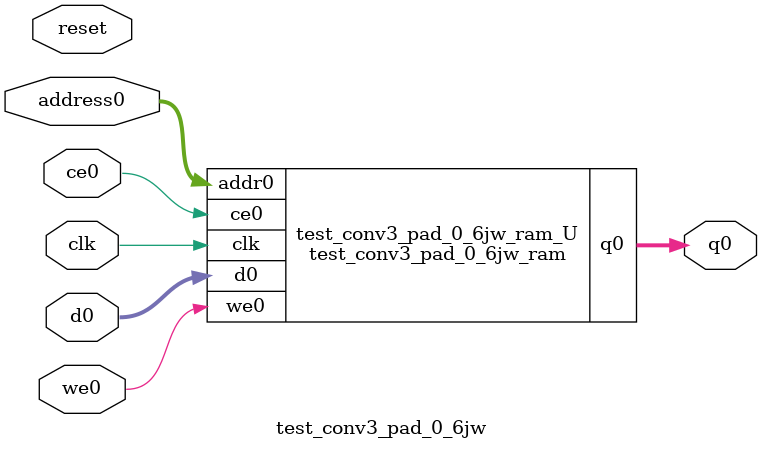
<source format=v>
`timescale 1 ns / 1 ps
module test_conv3_pad_0_6jw_ram (addr0, ce0, d0, we0, q0,  clk);

parameter DWIDTH = 4;
parameter AWIDTH = 12;
parameter MEM_SIZE = 3444;

input[AWIDTH-1:0] addr0;
input ce0;
input[DWIDTH-1:0] d0;
input we0;
output reg[DWIDTH-1:0] q0;
input clk;

(* ram_style = "block" *)reg [DWIDTH-1:0] ram[0:MEM_SIZE-1];




always @(posedge clk)  
begin 
    if (ce0) begin
        if (we0) 
            ram[addr0] <= d0; 
        q0 <= ram[addr0];
    end
end


endmodule

`timescale 1 ns / 1 ps
module test_conv3_pad_0_6jw(
    reset,
    clk,
    address0,
    ce0,
    we0,
    d0,
    q0);

parameter DataWidth = 32'd4;
parameter AddressRange = 32'd3444;
parameter AddressWidth = 32'd12;
input reset;
input clk;
input[AddressWidth - 1:0] address0;
input ce0;
input we0;
input[DataWidth - 1:0] d0;
output[DataWidth - 1:0] q0;



test_conv3_pad_0_6jw_ram test_conv3_pad_0_6jw_ram_U(
    .clk( clk ),
    .addr0( address0 ),
    .ce0( ce0 ),
    .we0( we0 ),
    .d0( d0 ),
    .q0( q0 ));

endmodule


</source>
